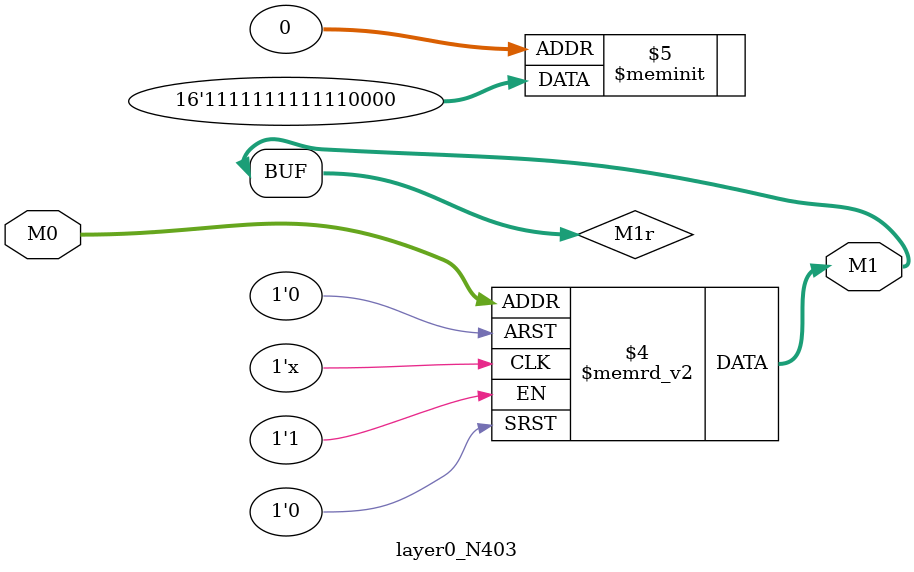
<source format=v>
module layer0_N403 ( input [2:0] M0, output [1:0] M1 );

	(*rom_style = "distributed" *) reg [1:0] M1r;
	assign M1 = M1r;
	always @ (M0) begin
		case (M0)
			3'b000: M1r = 2'b00;
			3'b100: M1r = 2'b11;
			3'b010: M1r = 2'b11;
			3'b110: M1r = 2'b11;
			3'b001: M1r = 2'b00;
			3'b101: M1r = 2'b11;
			3'b011: M1r = 2'b11;
			3'b111: M1r = 2'b11;

		endcase
	end
endmodule

</source>
